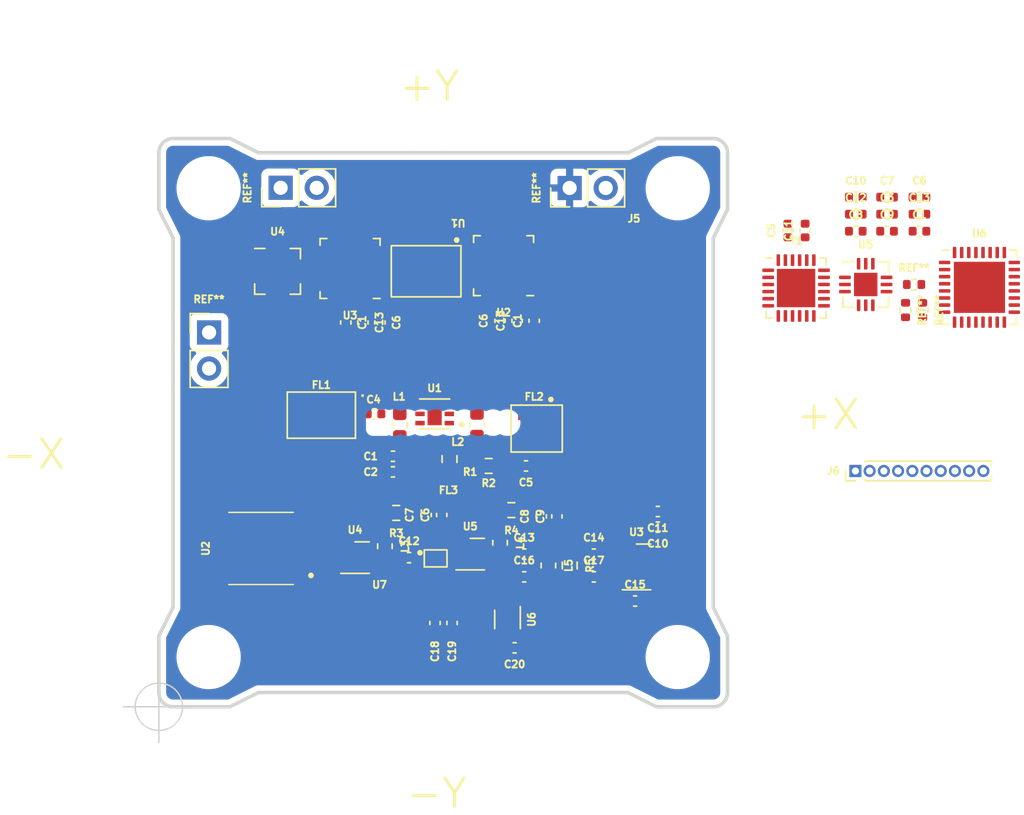
<source format=kicad_pcb>
(kicad_pcb (version 20211014) (generator pcbnew)
  (layers (0 "F.Cu" signal) (31 "B.Cu" signal) (34 "B.Paste" user) (35 "F.Paste" user) (36 "B.SilkS" user "B.Silkscreen") (37 "F.SilkS" user "F.Silkscreen") (38 "B.Mask" user) (39 "F.Mask" user) (44 "Edge.Cuts" user))
  (net 0 "")
  (net 1 "GND")
  (net 2 "Vcc_IF1Amp")
  (net 3 "/IF1_HPF_Out")
  (net 4 "/IF1_Amp_Out")
  (net 5 "/IF1_LPF_In")
  (net 6 "Net-(C5-Pad2)")
  (net 7 "Vcc_IF2Amp1")
  (net 8 "Vcc_IF2Amp2")
  (net 9 "3V")
  (net 10 "/IF2_Amp1_Out")
  (net 11 "/SAW_In")
  (net 12 "/LEE_2_Out")
  (net 13 "/RSSI_In+")
  (net 14 "Net-(C16-Pad2)")
  (net 15 "/RSSI_IN-")
  (net 16 "Vcc_VCO")
  (net 17 "IF1_Out")
  (net 18 "IF1_In")
  (net 19 "/SAW_Out")
  (net 20 "VTune1")
  (net 21 "RSSI_Out")
  (net 22 "VTune2")
  (net 23 "Vcc_LO1Amp")
  (net 24 "Vcc_LNA")
  (net 25 "Net-(L2-Pad2)")
  (net 26 "Net-(L3-Pad1)")
  (net 27 "Net-(L4-Pad1)")
  (net 28 "Net-(R1-Pad2)")
  (net 29 "/Mixer_Out")
  (net 30 "LO2")
  (net 31 "SCL")
  (net 33 "SDA")
  (net 34 "VCC")
  (net 35 "Net-(C13-Pad2)")
  (net 36 "Net-(C15-Pad1)")
  (net 37 "Net-(C15-Pad2)")
  (net 38 "ADC_PL2")
  (net 39 "DAC_PL2")
  (footprint "Capacitor_SMD:C_0402_1005Metric" (layer "F.Cu") (at 144.4 85.83 90)
    (fp_text reference "C1" (at 0 -1.16 90) (layer "F.SilkS") (effects (font (size 0.508 0.508))))
    (fp_text value "C")
    (pad "1" smd roundrect (at -0.48 0 90) (size 0.56 0.62) (layers "F.Cu" "F.Paste" "F.Mask") (net 24 "Vcc_LNA"))
    (pad "2" smd roundrect (at 0.48 0 90) (size 0.56 0.62) (layers "F.Cu" "F.Paste" "F.Mask") (net 1 "GND"))
  )
  (footprint "Package_SO:MSOP-8-1EP_3x3mm_P0.65mm_EP2.5x3mm_Mask1.73x2.36mm" (layer "F.Cu") (at 133.525 106.7 180)
    (fp_text reference "U7" (at 0 2.29) (layer "F.SilkS") (effects (font (size 0.508 0.508))))
    (fp_text value "HMC358")
    (pad "1" smd roundrect (at -2.175 -0.975 180) (size 1.2 0.35) (layers "F.Cu" "F.Paste" "F.Mask") (net 16 "Vcc_VCO"))
    (pad "2" smd roundrect (at -2.175 -0.325 180) (size 1.2 0.35) (layers "F.Cu" "F.Paste" "F.Mask") (net 1 "GND"))
    (pad "3" smd roundrect (at -2.175 0.325 180) (size 1.2 0.35) (layers "F.Cu" "F.Paste" "F.Mask") (net 22 "VTune2"))
    (pad "4" smd roundrect (at -2.175 0.975 180) (size 1.2 0.35) (layers "F.Cu" "F.Paste" "F.Mask") (net 1 "GND"))
    (pad "5" smd roundrect (at 2.175 0.975 180) (size 1.2 0.35) (layers "F.Cu" "F.Paste" "F.Mask") (net 1 "GND"))
    (pad "6" smd roundrect (at 2.175 0.325 180) (size 1.2 0.35) (layers "F.Cu" "F.Paste" "F.Mask") (net 1 "GND"))
    (pad "7" smd roundrect (at 2.175 -0.325 180) (size 1.2 0.35) (layers "F.Cu" "F.Paste" "F.Mask") (net 1 "GND"))
    (pad "8" smd roundrect (at 2.175 -0.975 180) (size 1.2 0.35) (layers "F.Cu" "F.Paste" "F.Mask") (net 30 "LO2"))
    (pad "9" smd rect (at 0 0 180) (size 2.5 3) (layers "F.Cu") (net 1 "GND"))
  )
  (footprint "Resistor_SMD:R_0603_1608Metric" (layer "F.Cu") (at 141.2 96.0475)
    (fp_text reference "R2" (at 0 1.211) (layer "F.SilkS") (effects (font (size 0.508 0.508))))
    (fp_text value "43R")
    (pad "1" smd roundrect (at -0.825 0) (size 0.8 0.95) (layers "F.Cu" "F.Paste" "F.Mask") (net 25 "Net-(L2-Pad2)"))
    (pad "2" smd roundrect (at 0.825 0) (size 0.8 0.95) (layers "F.Cu" "F.Paste" "F.Mask") (net 6 "Net-(C5-Pad2)"))
  )
  (footprint "Capacitor_SMD:C_0402_1005Metric" (layer "F.Cu") (at 167.025 79.525)
    (fp_text reference "C8" (at 0 -1.16) (layer "F.SilkS") (effects (font (size 0.508 0.508))))
    (fp_text value "C")
    (pad "1" smd roundrect (at -0.48 0) (size 0.56 0.62) (layers "F.Cu" "F.Paste" "F.Mask") (net 23 "Vcc_LO1Amp"))
    (pad "2" smd roundrect (at 0.48 0) (size 0.56 0.62) (layers "F.Cu" "F.Paste" "F.Mask") (net 1 "GND"))
  )
  (footprint "Package_TO_SOT_SMD:SOT-563" (layer "F.Cu") (at 142.525 106.85 -90)
    (fp_text reference "U6" (at 0 -1.7 90) (layer "F.SilkS") (effects (font (size 0.508 0.508))))
    (fp_text value "TMP112x")
    (pad "1" smd rect (at -0.75 -0.5 270) (size 0.7 0.34) (layers "F.Cu" "F.Paste" "F.Mask") (net 31 "SCL"))
    (pad "2" smd rect (at -0.75 0 270) (size 0.7 0.34) (layers "F.Cu" "F.Paste" "F.Mask") (net 1 "GND"))
    (pad "3" smd rect (at -0.75 0.5 270) (size 0.7 0.34) (layers "F.Cu" "F.Paste" "F.Mask"))
    (pad "4" smd rect (at 0.75 0.5 270) (size 0.7 0.34) (layers "F.Cu" "F.Paste" "F.Mask") (net 33 "SDA"))
    (pad "5" smd rect (at 0.75 0 270) (size 0.7 0.34) (layers "F.Cu" "F.Paste" "F.Mask") (net 9 "3V"))
    (pad "6" smd rect (at 0.75 -0.5 270) (size 0.7 0.34) (layers "F.Cu" "F.Paste" "F.Mask") (net 1 "GND"))
  )
  (footprint "Capacitor_SMD:C_0402_1005Metric" (layer "F.Cu") (at 153.1 100.355 180)
    (fp_text reference "C10" (at 0 -1.16) (layer "F.SilkS") (effects (font (size 0.508 0.508))))
    (fp_text value "1uF")
    (pad "1" smd roundrect (at -0.48 0 180) (size 0.56 0.62) (layers "F.Cu" "F.Paste" "F.Mask") (net 1 "GND"))
    (pad "2" smd roundrect (at 0.48 0 180) (size 0.56 0.62) (layers "F.Cu" "F.Paste" "F.Mask") (net 9 "3V"))
  )
  (footprint "GGS_RF:HV1195" (layer "F.Cu") (at 125.2 101.855 90)
    (fp_text reference "U2" (at 0 -3.9 90 unlocked) (layer "F.SilkS") (effects (font (size 0.508 0.508))))
    (fp_text value "SIM-14+")
    (pad "1" smd rect (at 0.635 1.83 90) (size 0.76 2.39) (layers "F.Cu" "F.Paste" "F.Mask") (net 1 "GND"))
    (pad "1" smd rect (at 0.635 -2.265 90) (size 0.76 1.52) (layers "F.Cu" "F.Paste" "F.Mask") (net 1 "GND"))
    (pad "1" smd rect (at 1.905 -2.265 90) (size 0.76 1.52) (layers "F.Cu" "F.Paste" "F.Mask") (net 1 "GND"))
    (pad "1" smd rect (at 0 0 180) (size 1.27 4.57) (layers "F.Cu" "F.Paste" "F.Mask") (net 1 "GND"))
    (pad "1" smd rect (at -0.635 -2.265 90) (size 0.76 1.52) (layers "F.Cu" "F.Paste" "F.Mask") (net 1 "GND"))
    (pad "1" smd rect (at -1.905 1.83 90) (size 0.76 2.39) (layers "F.Cu" "F.Paste" "F.Mask") (net 1 "GND"))
    (pad "1" smd rect (at 0.635 -1.07 180) (size 0.87 3.3) (layers "F.Cu" "F.Paste" "F.Mask") (net 1 "GND"))
    (pad "2" smd rect (at -0.635 2.265 90) (size 0.76 1.52) (layers "F.Cu" "F.Paste" "F.Mask") (net 29 "/Mixer_Out"))
    (pad "4" smd rect (at 1.905 2.265 90) (size 0.76 1.52) (layers "F.Cu" "F.Paste" "F.Mask") (net 17 "IF1_Out"))
    (pad "8" smd rect (at -1.905 -2.265 90) (size 0.76 1.52) (layers "F.Cu" "F.Paste" "F.Mask") (net 30 "LO2"))
  )
  (footprint "Capacitor_SMD:C_0402_1005Metric" (layer "F.Cu") (at 136.8 99.5 90)
    (fp_text reference "C7" (at 0 -1.16 90) (layer "F.SilkS") (effects (font (size 0.508 0.508))))
    (fp_text value "10nF")
    (pad "1" smd roundrect (at -0.48 0 90) (size 0.56 0.62) (layers "F.Cu" "F.Paste" "F.Mask") (net 1 "GND"))
    (pad "2" smd roundrect (at 0.48 0 90) (size 0.56 0.62) (layers "F.Cu" "F.Paste" "F.Mask") (net 7 "Vcc_IF2Amp1"))
  )
  (footprint "Capacitor_SMD:C_0402_1005Metric" (layer "F.Cu") (at 143.7 102.255)
    (fp_text reference "C13" (at 0 -1.16) (layer "F.SilkS") (effects (font (size 0.508 0.508))))
    (fp_text value "C")
    (pad "1" smd roundrect (at -0.48 0) (size 0.56 0.62) (layers "F.Cu" "F.Paste" "F.Mask") (net 12 "/LEE_2_Out"))
    (pad "2" smd roundrect (at 0.48 0) (size 0.56 0.62) (layers "F.Cu" "F.Paste" "F.Mask") (net 35 "Net-(C13-Pad2)"))
  )
  (footprint "Capacitor_SMD:C_0402_1005Metric" (layer "F.Cu") (at 144.9 99.6 90)
    (fp_text reference "C8" (at 0 -1.16 90) (layer "F.SilkS") (effects (font (size 0.508 0.508))))
    (fp_text value "1uF")
    (pad "1" smd roundrect (at -0.48 0 90) (size 0.56 0.62) (layers "F.Cu" "F.Paste" "F.Mask") (net 1 "GND"))
    (pad "2" smd roundrect (at 0.48 0 90) (size 0.56 0.62) (layers "F.Cu" "F.Paste" "F.Mask") (net 8 "Vcc_IF2Amp2"))
  )
  (footprint "Resistor_SMD:R_0603_1608Metric" (layer "F.Cu") (at 142.8 99.155 180)
    (fp_text reference "R4" (at 0 -1.43) (layer "F.SilkS") (effects (font (size 0.508 0.508))))
    (fp_text value "88R7")
    (pad "1" smd roundrect (at -0.825 0 180) (size 0.8 0.95) (layers "F.Cu" "F.Paste" "F.Mask") (net 8 "Vcc_IF2Amp2"))
    (pad "2" smd roundrect (at 0.825 0 180) (size 0.8 0.95) (layers "F.Cu" "F.Paste" "F.Mask") (net 27 "Net-(L4-Pad1)"))
  )
  (footprint "Capacitor_SMD:C_0402_1005Metric" (layer "F.Cu") (at 162.2525 79.475 90)
    (fp_text reference "C5" (at 0 -1.16 90) (layer "F.SilkS") (effects (font (size 0.508 0.508))))
    (fp_text value "C")
    (pad "1" smd roundrect (at -0.48 0 90) (size 0.56 0.62) (layers "F.Cu" "F.Paste" "F.Mask") (net 24 "Vcc_LNA"))
    (pad "2" smd roundrect (at 0.48 0 90) (size 0.56 0.62) (layers "F.Cu" "F.Paste" "F.Mask") (net 1 "GND"))
  )
  (footprint "Package_DFN_QFN:QFN-12-1EP_3x3mm_P0.5mm_EP1.6x1.6mm" (layer "F.Cu") (at 126.35 82.35)
    (fp_text reference "U4" (at 0 -2.8) (layer "F.SilkS") (effects (font (size 0.508 0.508))))
    (fp_text value "HMC260")
    (pad "1" smd roundrect (at -1.4375 -0.5) (size 0.825 0.25) (layers "F.Cu" "F.Paste" "F.Mask") (net 1 "GND"))
    (pad "2" smd roundrect (at -1.4375 0) (size 0.825 0.25) (layers "F.Cu" "F.Paste" "F.Mask"))
    (pad "3" smd roundrect (at -1.4375 0.5) (size 0.825 0.25) (layers "F.Cu" "F.Paste" "F.Mask") (net 1 "GND"))
    (pad "4" smd roundrect (at -0.5 1.4375) (size 0.25 0.825) (layers "F.Cu" "F.Paste" "F.Mask") (net 1 "GND"))
    (pad "5" smd roundrect (at 0 1.4375) (size 0.25 0.825) (layers "F.Cu" "F.Paste" "F.Mask") (net 18 "IF1_In"))
    (pad "6" smd roundrect (at 0.5 1.4375) (size 0.25 0.825) (layers "F.Cu" "F.Paste" "F.Mask") (net 1 "GND"))
    (pad "7" smd roundrect (at 1.4375 0.5) (size 0.825 0.25) (layers "F.Cu" "F.Paste" "F.Mask") (net 1 "GND"))
    (pad "8" smd roundrect (at 1.4375 0) (size 0.825 0.25) (layers "F.Cu" "F.Paste" "F.Mask"))
    (pad "9" smd roundrect (at 1.4375 -0.5) (size 0.825 0.25) (layers "F.Cu" "F.Paste" "F.Mask") (net 1 "GND"))
    (pad "10" smd roundrect (at 0.5 -1.4375) (size 0.25 0.825) (layers "F.Cu" "F.Paste" "F.Mask"))
    (pad "11" smd roundrect (at 0 -1.4375) (size 0.25 0.825) (layers "F.Cu" "F.Paste" "F.Mask"))
    (pad "12" smd roundrect (at -0.5 -1.4375) (size 0.25 0.825) (layers "F.Cu" "F.Paste" "F.Mask"))
    (pad "13" smd rect (at 0 0) (size 1.6 1.6) (layers "F.Cu" "F.Mask") (net 1 "GND"))
  )
  (footprint "Capacitor_SMD:C_0402_1005Metric" (layer "F.Cu") (at 171.505 79.525)
    (fp_text reference "C1" (at 0 -1.16) (layer "F.SilkS") (effects (font (size 0.508 0.508))))
    (fp_text value "C")
    (pad "1" smd roundrect (at -0.48 0) (size 0.56 0.62) (layers "F.Cu" "F.Paste" "F.Mask") (net 24 "Vcc_LNA"))
    (pad "2" smd roundrect (at 0.48 0) (size 0.56 0.62) (layers "F.Cu" "F.Paste" "F.Mask") (net 1 "GND"))
  )
  (footprint "Resistor_SMD:R_0402_1005Metric" (layer "F.Cu") (at 171.725 85.075 -90)
    (fp_text reference "REF**" (at 0 -1.17 90) (layer "F.SilkS") (effects (font (size 0.508 0.508))))
    (fp_text value "R_0402_1005Metric")
    (pad "1" smd roundrect (at -0.51 0 270) (size 0.54 0.64) (layers "F.Cu" "F.Paste" "F.Mask"))
    (pad "2" smd roundrect (at 0.51 0 270) (size 0.54 0.64) (layers "F.Cu" "F.Paste" "F.Mask"))
  )
  (footprint "GGS_RF:NM1812C-2" (layer "F.Cu") (at 139.05 78.745 180)
    (fp_text reference "U1" (at 0 -0.2 180 unlocked) (layer "F.SilkS") (effects (font (size 0.508 0.508))))
    (fp_text value "BFHK-2582+")
    (fp_poly (pts (xy 4.5 -3.9) (xy 3.89 -3.9) (xy 3.89 -3.3) (xy 4.5 -3.3) (xy 4.5 -2) (xy 0 -2) (xy 0 -3.3) (xy 0.61 -3.3) (xy 0.61 -3.9) (xy 0 -3.9) (xy 0 -5.2) (xy 4.5 -5.2)) (layer "F.Cu") (width 0.12) (fill solid))
    (pad "1" smd rect (at 0.1 -3.6 180) (size 0.35 0.18) (layers "F.Cu" "F.Paste" "F.Mask"))
    (pad "2" smd rect (at 4.4 -3.6 180) (size 0.35 0.18) (layers "F.Cu" "F.Paste" "F.Mask"))
    (pad "3" smd roundrect (at 2.2 -3.6 180) (size 0.35 0.18) (layers "F.Cu" "F.Paste" "F.Mask") (net 1 "GND"))
  )
  (footprint "Package_DFN_QFN:QFN-24-1EP_4x4mm_P0.5mm_EP2.6x2.6mm" (layer "F.Cu") (at 142.25 81.95 180)
    (fp_text reference "U2" (at 0 -3.3) (layer "F.SilkS") (effects (font (size 0.508 0.508))))
    (fp_text value "HMC342")
    (pad "1" smd roundrect (at -1.9375 -1.25 180) (size 0.825 0.25) (layers "F.Cu" "F.Paste" "F.Mask"))
    (pad "2" smd roundrect (at -1.9375 -0.75 180) (size 0.825 0.25) (layers "F.Cu" "F.Paste" "F.Mask") (net 1 "GND"))
    (pad "3" smd roundrect (at -1.9375 -0.25 180) (size 0.825 0.25) (layers "F.Cu" "F.Paste" "F.Mask"))
    (pad "4" smd roundrect (at -1.9375 0.25 180) (size 0.825 0.25) (layers "F.Cu" "F.Paste" "F.Mask") (net 1 "GND"))
    (pad "5" smd roundrect (at -1.9375 0.75 180) (size 0.825 0.25) (layers "F.Cu" "F.Paste" "F.Mask"))
    (pad "6" smd roundrect (at -1.9375 1.25 180) (size 0.825 0.25) (layers "F.Cu" "F.Paste" "F.Mask"))
    (pad "7" smd roundrect (at -1.25 1.9375 180) (size 0.25 0.825) (layers "F.Cu" "F.Paste" "F.Mask"))
    (pad "8" smd roundrect (at -0.75 1.9375 180) (size 0.25 0.825) (layers "F.Cu" "F.Paste" "F.Mask"))
    (pad "9" smd roundrect (at -0.25 1.9375 180) (size 0.25 0.825) (layers "F.Cu" "F.Paste" "F.Mask"))
    (pad "10" smd roundrect (at 0.25 1.9375 180) (size 0.25 0.825) (layers "F.Cu" "F.Paste" "F.Mask"))
    (pad "11" smd roundrect (at 0.75 1.9375 180) (size 0.25 0.825) (layers "F.Cu" "F.Paste" "F.Mask"))
    (pad "12" smd roundrect (at 1.25 1.9375 180) (size 0.25 0.825) (layers "F.Cu" "F.Paste" "F.Mask"))
    (pad "13" smd roundrect (at 1.9375 1.25 180) (size 0.825 0.25) (layers "F.Cu" "F.Paste" "F.Mask"))
    (pad "14" smd roundrect (at 1.9375 0.75 180) (size 0.825 0.25) (layers "F.Cu" "F.Paste" "F.Mask"))
    (pad "15" smd roundrect (at 1.9375 0.25 180) (size 0.825 0.25) (layers "F.Cu" "F.Paste" "F.Mask") (net 1 "GND"))
    (pad "16" smd roundrect (at 1.9375 -0.25 180) (size 0.825 0.25) (layers "F.Cu" "F.Paste" "F.Mask"))
    (pad "17" smd roundrect (at 1.9375 -0.75 180) (size 0.825 0.25) (layers "F.Cu" "F.Paste" "F.Mask") (net 1 "GND"))
    (pad "18" smd roundrect (at 1.9375 -1.25 180) (size 0.825 0.25) (layers "F.Cu" "F.Paste" "F.Mask"))
    (pad "19" smd roundrect (at 1.25 -1.9375 180) (size 0.25 0.825) (layers "F.Cu" "F.Paste" "F.Mask"))
    (pad "20" smd roundrect (at 0.75 -1.9375 180) (size 0.25 0.825) (layers "F.Cu" "F.Paste" "F.Mask"))
    (pad "21" smd roundrect (at 0.25 -1.9375 180) (size 0.25 0.825) (layers "F.Cu" "F.Paste" "F.Mask") (net 24 "Vcc_LNA"))
    (pad "22" smd roundrect (at -0.25 -1.9375 180) (size 0.25 0.825) (layers "F.Cu" "F.Paste" "F.Mask"))
    (pad "23" smd roundrect (at -0.75 -1.9375 180) (size 0.25 0.825) (layers "F.Cu" "F.Paste" "F.Mask"))
    (pad "24" smd roundrect (at -1.25 -1.9375 180) (size 0.25 0.825) (layers "F.Cu" "F.Paste" "F.Mask"))
    (pad "25" smd rect (at 0 0 180) (size 2.6 2.6) (layers "F.Cu" "F.Mask") (net 1 "GND"))
  )
  (footprint "Inductor_SMD:L_0603_1608Metric" (layer "F.Cu") (at 142 101.455 -90)
    (fp_text reference "L4" (at 0 -1.43 90) (layer "F.SilkS") (effects (font (size 0.508 0.508))))
    (fp_text value "120nH")
    (pad "1" smd roundrect (at -0.7875 0 270) (size 0.875 0.95) (layers "F.Cu" "F.Paste" "F.Mask") (net 27 "Net-(L4-Pad1)"))
    (pad "2" smd roundrect (at 0.7875 0 270) (size 0.875 0.95) (layers "F.Cu" "F.Paste" "F.Mask") (net 12 "/LEE_2_Out"))
  )
  (footprint "Capacitor_SMD:C_0402_1005Metric" (layer "F.Cu") (at 169.225 78.325)
    (fp_text reference "C3" (at 0 -1.16) (layer "F.SilkS") (effects (font (size 0.508 0.508))))
    (fp_text value "C")
    (pad "1" smd roundrect (at -0.48 0) (size 0.56 0.62) (layers "F.Cu" "F.Paste" "F.Mask") (net 24 "Vcc_LNA"))
    (pad "2" smd roundrect (at 0.48 0) (size 0.56 0.62) (layers "F.Cu" "F.Paste" "F.Mask") (net 1 "GND"))
  )
  (footprint "Capacitor_SMD:C_0402_1005Metric" (layer "F.Cu") (at 167.025 77.125)
    (fp_text reference "C10" (at 0 -1.16) (layer "F.SilkS") (effects (font (size 0.508 0.508))))
    (fp_text value "C")
    (pad "1" smd roundrect (at -0.48 0) (size 0.56 0.62) (layers "F.Cu" "F.Paste" "F.Mask") (net 23 "Vcc_LO1Amp"))
    (pad "2" smd roundrect (at 0.48 0) (size 0.56 0.62) (layers "F.Cu" "F.Paste" "F.Mask") (net 1 "GND"))
  )
  (footprint "Capacitor_SMD:C_0402_1005Metric" (layer "F.Cu") (at 171.505 77.125)
    (fp_text reference "C6" (at 0 -1.16) (layer "F.SilkS") (effects (font (size 0.508 0.508))))
    (fp_text value "C")
    (pad "1" smd roundrect (at -0.48 0) (size 0.56 0.62) (layers "F.Cu" "F.Paste" "F.Mask") (net 24 "Vcc_LNA"))
    (pad "2" smd roundrect (at 0.48 0) (size 0.56 0.62) (layers "F.Cu" "F.Paste" "F.Mask") (net 1 "GND"))
  )
  (footprint "Package_SON:WSON-6-1EP_2x2mm_P0.65mm_EP1x1.6mm" (layer "F.Cu") (at 139.9 102.255)
    (fp_text reference "U5" (at 0 -1.95) (layer "F.SilkS") (effects (font (size 0.508 0.508))))
    (fp_text value "LEE2-6+")
    (pad "1" smd roundrect (at -0.8875 -0.65) (size 0.375 0.4) (layers "F.Cu" "F.Paste" "F.Mask") (net 1 "GND"))
    (pad "2" smd roundrect (at -0.8875 0) (size 0.375 0.4) (layers "F.Cu" "F.Paste" "F.Mask") (net 19 "/SAW_Out"))
    (pad "3" smd roundrect (at -0.8875 0.65) (size 0.375 0.4) (layers "F.Cu" "F.Paste" "F.Mask") (net 1 "GND"))
    (pad "4" smd roundrect (at 0.8875 0.65) (size 0.375 0.4) (layers "F.Cu" "F.Paste" "F.Mask") (net 1 "GND"))
    (pad "5" smd roundrect (at 0.8875 0) (size 0.375 0.4) (layers "F.Cu" "F.Paste" "F.Mask") (net 12 "/LEE_2_Out"))
    (pad "6" smd roundrect (at 0.8875 -0.65) (size 0.375 0.4) (layers "F.Cu" "F.Paste" "F.Mask") (net 1 "GND"))
    (pad "7" smd rect (at 0 0) (size 1 1.6) (layers "F.Cu" "F.Mask") (net 1 "GND"))
  )
  (footprint "Capacitor_SMD:C_0402_1005Metric" (layer "F.Cu") (at 153.1 99.255 180)
    (fp_text reference "C11" (at 0 -1.16) (layer "F.SilkS") (effects (font (size 0.508 0.508))))
    (fp_text value "10nF")
    (pad "1" smd roundrect (at -0.48 0 180) (size 0.56 0.62) (layers "F.Cu" "F.Paste" "F.Mask") (net 1 "GND"))
    (pad "2" smd roundrect (at 0.48 0 180) (size 0.56 0.62) (layers "F.Cu" "F.Paste" "F.Mask") (net 9 "3V"))
  )
  (footprint "Package_DFN_QFN:QFN-24-1EP_4x4mm_P0.5mm_EP2.6x2.6mm" (layer "F.Cu") (at 131.45 82.15 180)
    (fp_text reference "U3" (at 0 -3.3) (layer "F.SilkS") (effects (font (size 0.508 0.508))))
    (fp_text value "HMC342")
    (pad "1" smd roundrect (at -1.9375 -1.25 180) (size 0.825 0.25) (layers "F.Cu" "F.Paste" "F.Mask"))
    (pad "2" smd roundrect (at -1.9375 -0.75 180) (size 0.825 0.25) (layers "F.Cu" "F.Paste" "F.Mask") (net 1 "GND"))
    (pad "3" smd roundrect (at -1.9375 -0.25 180) (size 0.825 0.25) (layers "F.Cu" "F.Paste" "F.Mask"))
    (pad "4" smd roundrect (at -1.9375 0.25 180) (size 0.825 0.25) (layers "F.Cu" "F.Paste" "F.Mask") (net 1 "GND"))
    (pad "5" smd roundrect (at -1.9375 0.75 180) (size 0.825 0.25) (layers "F.Cu" "F.Paste" "F.Mask"))
    (pad "6" smd roundrect (at -1.9375 1.25 180) (size 0.825 0.25) (layers "F.Cu" "F.Paste" "F.Mask"))
    (pad "7" smd roundrect (at -1.25 1.9375 180) (size 0.25 0.825) (layers "F.Cu" "F.Paste" "F.Mask"))
    (pad "8" smd roundrect (at -0.75 1.9375 180) (size 0.25 0.825) (layers "F.Cu" "F.Paste" "F.Mask"))
    (pad "9" smd roundrect (at -0.25 1.9375 180) (size 0.25 0.825) (layers "F.Cu" "F.Paste" "F.Mask"))
    (pad "10" smd roundrect (at 0.25 1.9375 180) (size 0.25 0.825) (layers "F.Cu" "F.Paste" "F.Mask"))
    (pad "11" smd roundrect (at 0.75 1.9375 180) (size 0.25 0.825) (layers "F.Cu" "F.Paste" "F.Mask"))
    (pad "12" smd roundrect (at 1.25 1.9375 180) (size 0.25 0.825) (layers "F.Cu" "F.Paste" "F.Mask"))
    (pad "13" smd roundrect (at 1.9375 1.25 180) (size 0.825 0.25) (layers "F.Cu" "F.Paste" "F.Mask"))
    (pad "14" smd roundrect (at 1.9375 0.75 180) (size 0.825 0.25) (layers "F.Cu" "F.Paste" "F.Mask"))
    (pad "15" smd roundrect (at 1.9375 0.25 180) (size 0.825 0.25) (layers "F.Cu" "F.Paste" "F.Mask") (net 1 "GND"))
    (pad "16" smd roundrect (at 1.9375 -0.25 180) (size 0.825 0.25) (layers "F.Cu" "F.Paste" "F.Mask"))
    (pad "17" smd roundrect (at 1.9375 -0.75 180) (size 0.825 0.25) (layers "F.Cu" "F.Paste" "F.Mask") (net 1 "GND"))
    (pad "18" smd roundrect (at 1.9375 -1.25 180) (size 0.825 0.25) (layers "F.Cu" "F.Paste" "F.Mask"))
    (pad "19" smd roundrect (at 1.25 -1.9375 180) (size 0.25 0.825) (layers "F.Cu" "F.Paste" "F.Mask"))
    (pad "20" smd roundrect (at 0.75 -1.9375 180) (size 0.25 0.825) (layers "F.Cu" "F.Paste" "F.Mask"))
    (pad "21" smd roundrect (at 0.25 -1.9375 180) (size 0.25 0.825) (layers "F.Cu" "F.Paste" "F.Mask") (net 24 "Vcc_LNA"))
    (pad "22" smd roundrect (at -0.25 -1.9375 180) (size 0.25 0.825) (layers "F.Cu" "F.Paste" "F.Mask"))
    (pad "23" smd roundrect (at -0.75 -1.9375 180) (size 0.25 0.825) (layers "F.Cu" "F.Paste" "F.Mask"))
    (pad "24" smd roundrect (at -1.25 -1.9375 180) (size 0.25 0.825) (layers "F.Cu" "F.Paste" "F.Mask"))
    (pad "25" smd rect (at 0 0 180) (size 2.6 2.6) (layers "F.Cu" "F.Mask") (net 1 "GND"))
  )
  (footprint "Connector_PinHeader_2.54mm:PinHeader_1x02_P2.54mm_Vertical" (layer "F.Cu") (at 126.565 76.47 90)
    (fp_text reference "REF**" (at 0 -2.33 90) (layer "F.SilkS") (effects (font (size 0.508 0.508))))
    (fp_text value "PinHeader_1x02_P2.54mm_Vertical")
    (pad "1" thru_hole rect locked (at 0 0 90) (size 1.7 1.7) (drill 1) (layers *.Cu *.Mask) (net 33 "SDA"))
    (pad "2" thru_hole oval locked (at 0 2.54 90) (size 1.7 1.7) (drill 1) (layers *.Cu *.Mask) (net 31 "SCL"))
  )
  (footprint "Capacitor_SMD:C_0402_1005Metric" (layer "F.Cu") (at 133.17 92.3835 180)
    (fp_text reference "C4" (at 0.07 1.011) (layer "F.SilkS") (effects (font (size 0.508 0.508))))
    (fp_text value "10nF")
    (pad "1" smd roundrect (at -0.48 0 180) (size 0.56 0.62) (layers "F.Cu" "F.Paste" "F.Mask") (net 4 "/IF1_Amp_Out"))
    (pad "2" smd roundrect (at 0.48 0 180) (size 0.56 0.62) (layers "F.Cu" "F.Paste" "F.Mask") (net 5 "/IF1_LPF_In"))
  )
  (footprint "Connector_PinHeader_2.54mm:PinHeader_1x02_P2.54mm_Vertical" (layer "F.Cu") (at 121.5306 86.65)
    (fp_text reference "REF**" (at 0 -2.33) (layer "F.SilkS") (effects (font (size 0.508 0.508))))
    (fp_text value "PinHeader_1x02_P2.54mm_Vertical")
    (pad "1" thru_hole rect locked (at 0 0) (size 1.7 1.7) (drill 1) (layers *.Cu *.Mask) (net 39 "DAC_PL2"))
    (pad "2" thru_hole oval locked (at 0 2.54) (size 1.7 1.7) (drill 1) (layers *.Cu *.Mask) (net 38 "ADC_PL2"))
  )
  (footprint "Package_DFN_QFN:QFN-24-1EP_4x4mm_P0.5mm_EP2.7x2.7mm" (layer "F.Cu") (at 162.825 83.525)
    (fp_text reference "Y1" (at 0 -3.32) (layer "F.SilkS") (effects (font (size 0.508 0.508))))
    (fp_text value "HMC506")
    (pad "1" smd roundrect (at -1.9625 -1.25) (size 0.825 0.25) (layers "F.Cu" "F.Paste" "F.Mask"))
    (pad "2" smd roundrect (at -1.9625 -0.75) (size 0.825 0.25) (layers "F.Cu" "F.Paste" "F.Mask"))
    (pad "3" smd roundrect (at -1.9625 -0.25) (size 0.825 0.25) (layers "F.Cu" "F.Paste" "F.Mask"))
    (pad "4" smd roundrect (at -1.9625 0.25) (size 0.825 0.25) (layers "F.Cu" "F.Paste" "F.Mask"))
    (pad "5" smd roundrect (at -1.9625 0.75) (size 0.825 0.25) (layers "F.Cu" "F.Paste" "F.Mask"))
    (pad "6" smd roundrect (at -1.9625 1.25) (size 0.825 0.25) (layers "F.Cu" "F.Paste" "F.Mask"))
    (pad "7" smd roundrect (at -1.25 1.9625) (size 0.25 0.825) (layers "F.Cu" "F.Paste" "F.Mask"))
    (pad "8" smd roundrect (at -0.75 1.9625) (size 0.25 0.825) (layers "F.Cu" "F.Paste" "F.Mask"))
    (pad "9" smd roundrect (at -0.25 1.9625) (size 0.25 0.825) (layers "F.Cu" "F.Paste" "F.Mask"))
    (pad "10" smd roundrect (at 0.25 1.9625) (size 0.25 0.825) (layers "F.Cu" "F.Paste" "F.Mask"))
    (pad "11" smd roundrect (at 0.75 1.9625) (size 0.25 0.825) (layers "F.Cu" "F.Paste" "F.Mask"))
    (pad "12" smd roundrect (at 1.25 1.9625) (size 0.25 0.825) (layers "F.Cu" "F.Paste" "F.Mask"))
    (pad "13" smd roundrect (at 1.9625 1.25) (size 0.825 0.25) (layers "F.Cu" "F.Paste" "F.Mask"))
    (pad "14" smd roundrect (at 1.9625 0.75) (size 0.825 0.25) (layers "F.Cu" "F.Paste" "F.Mask"))
    (pad "15" smd roundrect (at 1.9625 0.25) (size 0.825 0.25) (layers "F.Cu" "F.Paste" "F.Mask") (net 1 "GND"))
    (pad "16" smd roundrect (at 1.9625 -0.25) (size 0.825 0.25) (layers "F.Cu" "F.Paste" "F.Mask"))
    (pad "17" smd roundrect (at 1.9625 -0.75) (size 0.825 0.25) (layers "F.Cu" "F.Paste" "F.Mask"))
    (pad "18" smd roundrect (at 1.9625 -1.25) (size 0.825 0.25) (layers "F.Cu" "F.Paste" "F.Mask"))
    (pad "19" smd roundrect (at 1.25 -1.9625) (size 0.25 0.825) (layers "F.Cu" "F.Paste" "F.Mask"))
    (pad "20" smd roundrect (at 0.75 -1.9625) (size 0.25 0.825) (layers "F.Cu" "F.Paste" "F.Mask") (net 16 "Vcc_VCO"))
    (pad "21" smd roundrect (at 0.25 -1.9625) (size 0.25 0.825) (layers "F.Cu" "F.Paste" "F.Mask"))
    (pad "22" smd roundrect (at -0.25 -1.9625) (size 0.25 0.825) (layers "F.Cu" "F.Paste" "F.Mask") (net 20 "VTune1"))
    (pad "23" smd roundrect (at -0.75 -1.9625) (size 0.25 0.825) (layers "F.Cu" "F.Paste" "F.Mask"))
    (pad "24" smd roundrect (at -1.25 -1.9625) (size 0.25 0.825) (layers "F.Cu" "F.Paste" "F.Mask"))
    (pad "25" smd rect (at 0 0) (size 2.7 2.7) (layers "F.Cu" "F.Mask") (net 1 "GND"))
  )
  (footprint "AutoGenerated:MountingHole_3.50mm" (layer "F.Cu") (at 121.5 76.5)
    (fp_text reference "" (at 0 0) (layer "F.SilkS") (effects (font (size 0.508 0.508))))
    (fp_text value "" (at 0 0) (layer "F.SilkS") (effects (font (size 1.27 1.27))))
    (pad "" np_thru_hole circle locked (at 0 0) (size 3.5 3.5) (drill 3.5) (layers *.Cu *.Mask))
  )
  (footprint "Resistor_SMD:R_0402_1005Metric" (layer "F.Cu") (at 170.525 85.075 -90)
    (fp_text reference "REF**" (at 0 -1.17 90) (layer "F.SilkS") (effects (font (size 0.508 0.508))))
    (fp_text value "R_0402_1005Metric")
    (pad "1" smd roundrect (at -0.51 0 270) (size 0.54 0.64) (layers "F.Cu" "F.Paste" "F.Mask"))
    (pad "2" smd roundrect (at 0.51 0 270) (size 0.54 0.64) (layers "F.Cu" "F.Paste" "F.Mask"))
  )
  (footprint "Capacitor_SMD:C_0402_1005Metric" (layer "F.Cu") (at 137.9 99.5 90)
    (fp_text reference "C6" (at 0 -1.16 90) (layer "F.SilkS") (effects (font (size 0.508 0.508))))
    (fp_text value "1uF")
    (pad "1" smd roundrect (at -0.48 0 90) (size 0.56 0.62) (layers "F.Cu" "F.Paste" "F.Mask") (net 1 "GND"))
    (pad "2" smd roundrect (at 0.48 0 90) (size 0.56 0.62) (layers "F.Cu" "F.Paste" "F.Mask") (net 7 "Vcc_IF2Amp1"))
  )
  (footprint "Connector_PinHeader_2.54mm:PinHeader_1x02_P2.54mm_Vertical" (layer "F.Cu") (at 146.895 76.48 90)
    (fp_text reference "REF**" (at 0 -2.33 90) (layer "F.SilkS") (effects (font (size 0.508 0.508))))
    (fp_text value "PinHeader_1x02_P2.54mm_Vertical")
    (pad "1" thru_hole rect locked (at 0 0 90) (size 1.7 1.7) (drill 1) (layers *.Cu *.Mask) (net 1 "GND"))
    (pad "2" thru_hole oval locked (at 0 2.54 90) (size 1.7 1.7) (drill 1) (layers *.Cu *.Mask) (net 34 "VCC"))
  )
  (footprint "GGS_RF:QCS5P" (layer "F.Cu") (at 136.770001 103.055)
    (fp_text reference "FL3" (at 1.6 -5.3 unlocked) (layer "F.SilkS") (effects (font (size 0.508 0.508))))
    (fp_text value "SAW_869")
    (pad "1" smd roundrect (at 0.2 -0.5) (size 0.3 0.4) (layers "F.Cu" "F.Paste" "F.Mask") (net 11 "/SAW_In"))
    (pad "2" smd roundrect (at 0.7 -0.2) (size 0.3 0.4) (layers "F.Cu" "F.Paste" "F.Mask") (net 1 "GND"))
    (pad "3" smd roundrect (at 1.2 -0.2) (size 0.3 0.4) (layers "F.Cu" "F.Paste" "F.Mask") (net 1 "GND"))
    (pad "4" smd roundrect (at 1.2 -0.8) (size 0.3 0.4) (layers "F.Cu" "F.Paste" "F.Mask") (net 19 "/SAW_Out"))
    (pad "5" smd roundrect (at 0.7 -0.8) (size 0.3 0.4) (layers "F.Cu" "F.Paste" "F.Mask") (net 1 "GND"))
  )
  (footprint "Capacitor_SMD:C_0402_1005Metric" (layer "F.Cu") (at 133.55 85.95 -90)
    (fp_text reference "C6" (at 0 -1.16 90) (layer "F.SilkS") (effects (font (size 0.508 0.508))))
    (fp_text value "C")
    (pad "1" smd roundrect (at -0.48 0 270) (size 0.56 0.62) (layers "F.Cu" "F.Paste" "F.Mask") (net 24 "Vcc_LNA"))
    (pad "2" smd roundrect (at 0.48 0 270) (size 0.56 0.62) (layers "F.Cu" "F.Paste" "F.Mask") (net 1 "GND"))
  )
  (footprint "GGS_RF:JC0603C" (layer "F.Cu") (at 144.2775 92.7675 180)
    (fp_text reference "FL2" (at -0.1225 1.593021) (layer "F.SilkS") (effects (font (size 0.508 0.508))))
    (fp_text value "HFCN-5500+")
    (pad "1" smd rect (at -1.3 0.4 180) (size 0.61 0.9) (layers "F.Cu" "F.Paste" "F.Mask") (net 18 "IF1_In"))
    (pad "2" smd rect (at -0.3 0.4 180) (size 0.61 0.9) (layers "F.Cu" "F.Paste" "F.Mask") (net 1 "GND"))
    (pad "3" smd rect (at 0.7 0.4 180) (size 0.61 0.9) (layers "F.Cu" "F.Paste" "F.Mask") (net 3 "/IF1_HPF_Out"))
    (pad "4" smd rect (at 0.7 -1.7 180) (size 0.61 0.9) (layers "F.Cu" "F.Paste" "F.Mask") (net 1 "GND"))
    (pad "5" smd rect (at -0.3 -1.7 180) (size 0.61 0.9) (layers "F.Cu" "F.Paste" "F.Mask") (net 1 "GND"))
    (pad "6" smd rect (at -1.3 -1.7 180) (size 0.61 0.9) (layers "F.Cu" "F.Paste" "F.Mask") (net 1 "GND"))
  )
  (footprint "AutoGenerated:MountingHole_3.50mm" (layer "F.Cu") (at 154.5 109.5)
    (fp_text reference "" (at 0 0) (layer "F.SilkS") (effects (font (size 0.508 0.508))))
    (fp_text value "" (at 0 0) (layer "F.SilkS") (effects (font (size 1.27 1.27))))
    (pad "" np_thru_hole circle locked (at 0 0) (size 3.5 3.5) (drill 3.5) (layers *.Cu *.Mask))
  )
  (footprint "Inductor_SMD:L_0603_1608Metric" (layer "F.Cu") (at 134.9475 93.171 90)
    (fp_text reference "L1" (at 1.9985 -0.0475 180) (layer "F.SilkS") (effects (font (size 0.508 0.508))))
    (fp_text value "0.9uH")
    (pad "1" smd roundrect (at -0.7875 0 90) (size 0.875 0.95) (layers "F.Cu" "F.Paste" "F.Mask") (net 2 "Vcc_IF1Amp"))
    (pad "2" smd roundrect (at 0.7875 0 90) (size 0.875 0.95) (layers "F.Cu" "F.Paste" "F.Mask") (net 4 "/IF1_Amp_Out"))
  )
  (footprint "Capacitor_SMD:C_0402_1005Metric" (layer "F.Cu") (at 163.4625 79.475 90)
    (fp_text reference "C11" (at 0 -1.16 90) (layer "F.SilkS") (effects (font (size 0.508 0.508))))
    (fp_text value "C")
    (pad "1" smd roundrect (at -0.48 0 90) (size 0.56 0.62) (layers "F.Cu" "F.Paste" "F.Mask") (net 16 "Vcc_VCO"))
    (pad "2" smd roundrect (at 0.48 0 90) (size 0.56 0.62) (layers "F.Cu" "F.Paste" "F.Mask") (net 1 "GND"))
  )
  (footprint "Capacitor_SMD:C_0402_1005Metric" (layer "F.Cu") (at 148.6 102.255)
    (fp_text reference "C14" (at 0 -1.16) (layer "F.SilkS") (effects (font (size 0.508 0.508))))
    (fp_text value "C")
    (pad "1" smd roundrect (at -0.48 0) (size 0.56 0.62) (layers "F.Cu" "F.Paste" "F.Mask") (net 35 "Net-(C13-Pad2)"))
    (pad "2" smd roundrect (at 0.48 0) (size 0.56 0.62) (layers "F.Cu" "F.Paste" "F.Mask") (net 13 "/RSSI_In+"))
  )
  (footprint "Inductor_SMD:L_0603_1608Metric" (layer "F.Cu") (at 145.4 103.055 -90)
    (fp_text reference "L5" (at 0 -1.43 90) (layer "F.SilkS") (effects (font (size 0.508 0.508))))
    (fp_text value "L")
    (pad "1" smd roundrect (at -0.7875 0 270) (size 0.875 0.95) (layers "F.Cu" "F.Paste" "F.Mask") (net 35 "Net-(C13-Pad2)"))
    (pad "2" smd roundrect (at 0.7875 0 270) (size 0.875 0.95) (layers "F.Cu" "F.Paste" "F.Mask") (net 14 "Net-(C16-Pad2)"))
  )
  (footprint "Capacitor_SMD:C_0402_1005Metric" (layer "F.Cu") (at 137.425 107.1 -90)
    (fp_text reference "C18" (at 2 0 90) (layer "F.SilkS") (effects (font (size 0.508 0.508))))
    (fp_text value "1uF")
    (pad "1" smd roundrect (at -0.48 0 270) (size 0.56 0.62) (layers "F.Cu" "F.Paste" "F.Mask") (net 1 "GND"))
    (pad "2" smd roundrect (at 0.48 0 270) (size 0.56 0.62) (layers "F.Cu" "F.Paste" "F.Mask") (net 16 "Vcc_VCO"))
  )
  (footprint "Resistor_SMD:R_0603_1608Metric" (layer "F.Cu") (at 146.9 103.055 -90)
    (fp_text reference "R5" (at 0 -1.43 90) (layer "F.SilkS") (effects (font (size 0.508 0.508))))
    (fp_text value "R")
    (pad "1" smd roundrect (at -0.825 0 270) (size 0.8 0.95) (layers "F.Cu" "F.Paste" "F.Mask") (net 35 "Net-(C13-Pad2)"))
    (pad "2" smd roundrect (at 0.825 0 270) (size 0.8 0.95) (layers "F.Cu" "F.Paste" "F.Mask") (net 14 "Net-(C16-Pad2)"))
  )
  (footprint "Package_DFN_QFN:QFN-12-1EP_3x3mm_P0.5mm_EP1.65x1.65mm" (layer "F.Cu") (at 167.725 83.275)
    (fp_text reference "U5" (at 0 -2.82) (layer "F.SilkS") (effects (font (size 0.508 0.508))))
    (fp_text value "CY2-44+")
    (pad "1" smd roundrect (at -1.4625 -0.5) (size 0.825 0.25) (layers "F.Cu" "F.Paste" "F.Mask") (net 1 "GND"))
    (pad "2" smd roundrect (at -1.4625 0) (size 0.825 0.25) (layers "F.Cu" "F.Paste" "F.Mask"))
    (pad "3" smd roundrect (at -1.4625 0.5) (size 0.825 0.25) (layers "F.Cu" "F.Paste" "F.Mask") (net 1 "GND"))
    (pad "4" smd roundrect (at -0.5 1.4625) (size 0.25 0.825) (layers "F.Cu" "F.Paste" "F.Mask") (net 1 "GND"))
    (pad "5" smd roundrect (at 0 1.4625) (size 0.25 0.825) (layers "F.Cu" "F.Paste" "F.Mask"))
    (pad "6" smd roundrect (at 0.5 1.4625) (size 0.25 0.825) (layers "F.Cu" "F.Paste" "F.Mask") (net 1 "GND"))
    (pad "7" smd roundrect (at 1.4625 0.5) (size 0.825 0.25) (layers "F.Cu" "F.Paste" "F.Mask") (net 1 "GND"))
    (pad "8" smd roundrect (at 1.4625 0) (size 0.825 0.25) (layers "F.Cu" "F.Paste" "F.Mask"))
    (pad "9" smd roundrect (at 1.4625 -0.5) (size 0.825 0.25) (layers "F.Cu" "F.Paste" "F.Mask") (net 1 "GND"))
    (pad "10" smd roundrect (at 0.5 -1.4625) (size 0.25 0.825) (layers "F.Cu" "F.Paste" "F.Mask") (net 1 "GND"))
    (pad "11" smd roundrect (at 0 -1.4625) (size 0.25 0.825) (layers "F.Cu" "F.Paste" "F.Mask"))
    (pad "12" smd roundrect (at -0.5 -1.4625) (size 0.25 0.825) (layers "F.Cu" "F.Paste" "F.Mask") (net 1 "GND"))
    (pad "13" smd rect (at 0 0) (size 1.65 1.65) (layers "F.Cu" "F.Mask") (net 1 "GND"))
  )
  (footprint "Capacitor_SMD:C_0402_1005Metric" (layer "F.Cu") (at 143.2 85.83 90)
    (fp_text reference "C13" (at 0 -1.16 90) (layer "F.SilkS") (effects (font (size 0.508 0.508))))
    (fp_text value "C")
    (pad "1" smd roundrect (at -0.48 0 90) (size 0.56 0.62) (layers "F.Cu" "F.Paste" "F.Mask") (net 23 "Vcc_LO1Amp"))
    (pad "2" smd roundrect (at 0.48 0 90) (size 0.56 0.62) (layers "F.Cu" "F.Paste" "F.Mask") (net 1 "GND"))
  )
  (footprint "Capacitor_SMD:C_0402_1005Metric" (layer "F.Cu") (at 135.6 102.5)
    (fp_text reference "C12" (at 0 -1.16) (layer "F.SilkS") (effects (font (size 0.508 0.508))))
    (fp_text value "10nF")
    (pad "1" smd roundrect (at -0.48 0) (size 0.56 0.62) (layers "F.Cu" "F.Paste" "F.Mask") (net 10 "/IF2_Amp1_Out"))
    (pad "2" smd roundrect (at 0.48 0) (size 0.56 0.62) (layers "F.Cu" "F.Paste" "F.Mask") (net 11 "/SAW_In"))
  )
  (footprint "GGS_RF:6-LFCSP" (layer "F.Cu") (at 141.68 91.072542 180)
    (fp_text reference "U1" (at 4.28 0.500042 unlocked) (layer "F.SilkS") (effects (font (size 0.508 0.508))))
    (fp_text value "HMC8411")
    (pad "1" smd roundrect (at 3.25 -1.960959 270) (size 0.32 0.66) (layers "F.Cu" "F.Paste" "F.Mask") (roundrect_rratio 0.08) (net 28 "Net-(R1-Pad2)"))
    (pad "2" smd roundrect (at 3.25 -1.310959 270) (size 0.32 0.66) (layers "F.Cu" "F.Paste" "F.Mask") (roundrect_rratio 0.08) (net 3 "/IF1_HPF_Out"))
    (pad "3" smd roundrect (at 3.25 -0.660959 270) (size 0.32 0.66) (layers "F.Cu" "F.Paste" "F.Mask") (roundrect_rratio 0.08) (net 1 "GND"))
    (pad "4" smd roundrect (at 5.31 -0.660959 270) (size 0.32 0.66) (layers "F.Cu" "F.Paste" "F.Mask") (roundrect_rratio 0.08) (net 1 "GND"))
    (pad "5" smd roundrect (at 5.31 -1.310959 270) (size 0.32 0.66) (layers "F.Cu" "F.Paste" "F.Mask") (roundrect_rratio 0.08) (net 4 "/IF1_Amp_Out"))
    (pad "6" smd roundrect (at 5.31 -1.960959 270) (size 0.32 0.66) (layers "F.Cu" "F.Paste" "F.Mask") (roundrect_rratio 0.08) (net 1 "GND"))
    (pad "6" smd rect (at 4.28 -1.310959 270) (size 1.6 1) (layers "F.Cu" "F.Mask") (net 1 "GND"))
  )
  (footprint "Capacitor_SMD:C_0402_1005Metric" (layer "F.Cu") (at 146 99.6 90)
    (fp_text reference "C9" (at 0 -1.16 90) (layer "F.SilkS") (effects (font (size 0.508 0.508))))
    (fp_text value "10nF")
    (pad "1" smd roundrect (at -0.48 0 90) (size 0.56 0.62) (layers "F.Cu" "F.Paste" "F.Mask") (net 1 "GND"))
    (pad "2" smd roundrect (at 0.48 0 90) (size 0.56 0.62) (layers "F.Cu" "F.Paste" "F.Mask") (net 8 "Vcc_IF2Amp2"))
  )
  (footprint "Capacitor_SMD:C_0402_1005Metric" (layer "F.Cu") (at 134.4675 95.365521)
    (fp_text reference "C1" (at -1.5675 0.006979) (layer "F.SilkS") (effects (font (size 0.508 0.508))))
    (fp_text value "100nF")
    (pad "1" smd roundrect (at -0.48 0) (size 0.56 0.62) (layers "F.Cu" "F.Paste" "F.Mask") (net 1 "GND"))
    (pad "2" smd roundrect (at 0.48 0) (size 0.56 0.62) (layers "F.Cu" "F.Paste" "F.Mask") (net 2 "Vcc_IF1Amp"))
  )
  (footprint "Package_SON:WSON-6-1EP_2x2mm_P0.65mm_EP1x1.6mm" (layer "F.Cu") (at 131.8 102.5)
    (fp_text reference "U4" (at 0 -1.95) (layer "F.SilkS") (effects (font (size 0.508 0.508))))
    (fp_text value "LEE2-6+")
    (pad "1" smd roundrect (at -0.8875 -0.65) (size 0.375 0.4) (layers "F.Cu" "F.Paste" "F.Mask") (net 1 "GND"))
    (pad "2" smd roundrect (at -0.8875 0) (size 0.375 0.4) (layers "F.Cu" "F.Paste" "F.Mask") (net 29 "/Mixer_Out"))
    (pad "3" smd roundrect (at -0.8875 0.65) (size 0.375 0.4) (layers "F.Cu" "F.Paste" "F.Mask") (net 1 "GND"))
    (pad "4" smd roundrect (at 0.8875 0.65) (size 0.375 0.4) (layers "F.Cu" "F.Paste" "F.Mask") (net 1 "GND"))
    (pad "5" smd roundrect (at 0.8875 0) (size 0.375 0.4) (layers "F.Cu" "F.Paste" "F.Mask") (net 10 "/IF2_Amp1_Out"))
    (pad "6" smd roundrect (at 0.8875 -0.65) (size 0.375 0.4) (layers "F.Cu" "F.Paste" "F.Mask") (net 1 "GND"))
    (pad "7" smd rect (at 0 0) (size 1 1.6) (layers "F.Cu" "F.Mask") (net 1 "GND"))
  )
  (footprint "Resistor_SMD:R_0603_1608Metric" (layer "F.Cu") (at 138.4475 95.565521 90)
    (fp_text reference "R1" (at -0.906979 1.4525 180) (layer "F.SilkS") (effects (font (size 0.508 0.508))))
    (fp_text value "3k")
    (pad "1" smd roundrect (at -0.825 0 90) (size 0.8 0.95) (layers "F.Cu" "F.Paste" "F.Mask") (net 2 "Vcc_IF1Amp"))
    (pad "2" smd roundrect (at 0.825 0 90) (size 0.8 0.95) (layers "F.Cu" "F.Paste" "F.Mask") (net 28 "Net-(R1-Pad2)"))
  )
  (footprint "AutoGenerated:MountingHole_3.50mm" (layer "F.Cu") (at 154.5 76.5)
    (fp_text reference "" (at 0 0) (layer "F.SilkS") (effects (font (size 0.508 0.508))))
    (fp_text value "" (at 0 0) (layer "F.SilkS") (effects (font (size 1.27 1.27))))
    (pad "" np_thru_hole circle locked (at 0 0) (size 3.5 3.5) (drill 3.5) (layers *.Cu *.Mask))
  )
  (footprint "GGS_RF:JC0603C-1" (layer "F.Cu") (at 129.43 92.4475 180)
    (fp_text reference "FL1" (at 0 2.1 unlocked) (layer "F.SilkS") (effects (font (size 0.508 0.508))))
    (fp_text value "LFCW-8400+")
    (pad "1" smd rect (at -1.8 0.05 180) (size 0.99 0.61) (layers "F.Cu" "F.Paste" "F.Mask") (net 5 "/IF1_LPF_In"))
    (pad "2" smd rect (at 0 1 180) (size 1.75 0.99) (layers "F.Cu" "F.Paste" "F.Mask") (net 1 "GND"))
    (pad "3" smd rect (at 1.8 0.05 180) (size 0.99 0.61) (layers "F.Cu" "F.Paste" "F.Mask") (net 17 "IF1_Out"))
    (pad "4" smd rect (at 0 -1 180) (size 1.75 0.99) (layers "F.Cu" "F.Paste" "F.Mask") (net 1 "GND"))
  )
  (footprint "Capacitor_SMD:C_0402_1005Metric" (layer "F.Cu") (at 131.15 85.95 -90)
    (fp_text reference "C1" (at 0 -1.16 90) (layer "F.SilkS") (effects (font (size 0.508 0.508))))
    (fp_text value "C")
    (pad "1" smd roundrect (at -0.48 0 270) (size 0.56 0.62) (layers "F.Cu" "F.Paste" "F.Mask") (net 24 "Vcc_LNA"))
    (pad "2" smd roundrect (at 0.48 0 270) (size 0.56 0.62) (layers "F.Cu" "F.Paste" "F.Mask") (net 1 "GND"))
  )
  (footprint "Capacitor_SMD:C_0402_1005Metric" (layer "F.Cu") (at 169.225 79.525)
    (fp_text reference "C9" (at 0 -1.16) (layer "F.SilkS") (effects (font (size 0.508 0.508))))
    (fp_text value "C")
    (pad "1" smd roundrect (at -0.48 0) (size 0.56 0.62) (layers "F.Cu" "F.Paste" "F.Mask") (net 23 "Vcc_LO1Amp"))
    (pad "2" smd roundrect (at 0.48 0) (size 0.56 0.62) (layers "F.Cu" "F.Paste" "F.Mask") (net 1 "GND"))
  )
  (footprint "Connector_PinHeader_1.00mm:PinHeader_1x10_P1.00mm_Vertical" (layer "F.Cu") (at 167 96.4 90)
    (fp_text reference "J6" (at 0 -1.56) (layer "F.SilkS") (effects (font (size 0.508 0.508))))
    (fp_text value "Conn_01x10_Female")
    (pad "1" thru_hole rect (at 0 0 90) (size 0.85 0.85) (drill 0.5) (layers *.Cu *.Mask) (net 20 "VTune1"))
    (pad "2" thru_hole oval (at 0 1 90) (size 0.85 0.85) (drill 0.5) (layers *.Cu *.Mask) (net 21 "RSSI_Out"))
    (pad "3" thru_hole oval (at 0 2 90) (size 0.85 0.85) (drill 0.5) (layers *.Cu *.Mask) (net 22 "VTune2"))
    (pad "4" thru_hole oval (at 0 3 90) (size 0.85 0.85) (drill 0.5) (layers *.Cu *.Mask) (net 23 "Vcc_LO1Amp"))
    (pad "5" thru_hole oval (at 0 4 90) (size 0.85 0.85) (drill 0.5) (layers *.Cu *.Mask) (net 2 "Vcc_IF1Amp"))
    (pad "6" thru_hole oval (at 0 5 90) (size 0.85 0.85) (drill 0.5) (layers *.Cu *.Mask) (net 24 "Vcc_LNA"))
    (pad "7" thru_hole oval (at 0 6 90) (size 0.85 0.85) (drill 0.5) (layers *.Cu *.Mask) (net 7 "Vcc_IF2Amp1"))
    (pad "8" thru_hole oval (at 0 7 90) (size 0.85 0.85) (drill 0.5) (layers *.Cu *.Mask) (net 9 "3V"))
    (pad "9" thru_hole oval (at 0 8 90) (size 0.85 0.85) (drill 0.5) (layers *.Cu *.Mask) (net 16 "Vcc_VCO"))
    (pad "10" thru_hole oval (at 0 9 90) (size 0.85 0.85) (drill 0.5) (layers *.Cu *.Mask) (net 8 "Vcc_IF2Amp2"))
  )
  (footprint "Resistor_SMD:R_0603_1608Metric" (layer "F.Cu") (at 134.7 99.355 180)
    (fp_text reference "R3" (at 0 -1.43) (layer "F.SilkS") (effects (font (size 0.508 0.508))))
    (fp_text value "88R7")
    (pad "1" smd roundrect (at -0.825 0 180) (size 0.8 0.95) (layers "F.Cu" "F.Paste" "F.Mask") (net 7 "Vcc_IF2Amp1"))
    (pad "2" smd roundrect (at 0.825 0 180) (size 0.8 0.95) (layers "F.Cu" "F.Paste" "F.Mask") (net 26 "Net-(L3-Pad1)"))
  )
  (footprint "Package_DFN_QFN:DFN-8-1EP_2x3mm_P0.5mm_EP0.56x2.15mm" (layer "F.Cu") (at 151.6 103.155)
    (fp_text reference "U3" (at 0 -2.45) (layer "F.SilkS") (effects (font (size 0.508 0.508))))
    (fp_text value "LT5537")
    (pad "1" smd roundrect (at -0.9375 -0.75) (size 0.875 0.25) (layers "F.Cu" "F.Paste" "F.Mask") (net 9 "3V"))
    (pad "2" smd roundrect (at -0.9375 -0.25) (size 0.875 0.25) (layers "F.Cu" "F.Paste" "F.Mask") (net 13 "/RSSI_In+"))
    (pad "3" smd roundrect (at -0.9375 0.25) (size 0.875 0.25) (layers "F.Cu" "F.Paste" "F.Mask") (net 15 "/RSSI_IN-"))
    (pad "4" smd roundrect (at -0.9375 0.75) (size 0.875 0.25) (layers "F.Cu" "F.Paste" "F.Mask") (net 36 "Net-(C15-Pad1)"))
    (pad "5" smd roundrect (at 0.9375 0.75) (size 0.875 0.25) (layers "F.Cu" "F.Paste" "F.Mask") (net 37 "Net-(C15-Pad2)"))
    (pad "6" smd roundrect (at 0.9375 0.25) (size 0.875 0.25) (layers "F.Cu" "F.Paste" "F.Mask") (net 9 "3V"))
    (pad "7" smd roundrect (at 0.9375 -0.25) (size 0.875 0.25) (layers "F.Cu" "F.Paste" "F.Mask") (net 1 "GND"))
    (pad "8" smd roundrect (at 0.9375 -0.75) (size 0.875 0.25) (layers "F.Cu" "F.Paste" "F.Mask") (net 21 "RSSI_Out"))
    (pad "9" smd rect (at 0 0) (size 0.56 2.15) (layers "F.Cu" "F.Mask") (net 1 "GND"))
  )
  (footprint "Capacitor_SMD:C_0402_1005Metric" (layer "F.Cu") (at 143.7 103.855)
    (fp_text reference "C16" (at 0 -1.16) (layer "F.SilkS") (effects (font (size 0.508 0.508))))
    (fp_text value "C")
    (pad "1" smd roundrect (at -0.48 0) (size 0.56 0.62) (layers "F.Cu" "F.Paste" "F.Mask") (net 1 "GND"))
    (pad "2" smd roundrect (at 0.48 0) (size 0.56 0.62) (layers "F.Cu" "F.Paste" "F.Mask") (net 14 "Net-(C16-Pad2)"))
  )
  (footprint "Capacitor_SMD:C_0402_1005Metric" (layer "F.Cu") (at 167.025 78.325)
    (fp_text reference "C12" (at 0 -1.16) (layer "F.SilkS") (effects (font (size 0.508 0.508))))
    (fp_text value "C")
    (pad "1" smd roundrect (at -0.48 0) (size 0.56 0.62) (layers "F.Cu" "F.Paste" "F.Mask") (net 16 "Vcc_VCO"))
    (pad "2" smd roundrect (at 0.48 0) (size 0.56 0.62) (layers "F.Cu" "F.Paste" "F.Mask") (net 1 "GND"))
  )
  (footprint "Capacitor_SMD:C_0402_1005Metric" (layer "F.Cu") (at 169.225 77.125)
    (fp_text reference "C7" (at 0 -1.16) (layer "F.SilkS") (effects (font (size 0.508 0.508))))
    (fp_text value "C")
    (pad "1" smd roundrect (at -0.48 0) (size 0.56 0.62) (layers "F.Cu" "F.Paste" "F.Mask") (net 23 "Vcc_LO1Amp"))
    (pad "2" smd roundrect (at 0.48 0) (size 0.56 0.62) (layers "F.Cu" "F.Paste" "F.Mask") (net 1 "GND"))
  )
  (footprint "AutoGenerated:MountingHole_3.50mm" (layer "F.Cu") (at 121.5 109.5)
    (fp_text reference "" (at 0 0) (layer "F.SilkS") (effects (font (size 0.508 0.508))))
    (fp_text value "" (at 0 0) (layer "F.SilkS") (effects (font (size 1.27 1.27))))
    (pad "" np_thru_hole circle locked (at 0 0) (size 3.5 3.5) (drill 3.5) (layers *.Cu *.Mask))
  )
  (footprint "Capacitor_SMD:C_0402_1005Metric" (layer "F.Cu") (at 171.505 78.325)
    (fp_text reference "C13" (at 0 -1.16) (layer "F.SilkS") (effects (font (size 0.508 0.508))))
    (fp_text value "C")
    (pad "1" smd roundrect (at -0.48 0) (size 0.56 0.62) (layers "F.Cu" "F.Paste" "F.Mask") (net 23 "Vcc_LO1Amp"))
    (pad "2" smd roundrect (at 0.48 0) (size 0.56 0.62) (layers "F.Cu" "F.Paste" "F.Mask") (net 1 "GND"))
  )
  (footprint "Capacitor_SMD:C_0402_1005Metric" (layer "F.Cu") (at 143.025 108.85 180)
    (fp_text reference "C20" (at 0 -1.16) (layer "F.SilkS") (effects (font (size 0.508 0.508))))
    (fp_text value "100nF")
    (pad "1" smd roundrect (at -0.48 0 180) (size 0.56 0.62) (layers "F.Cu" "F.Paste" "F.Mask") (net 1 "GND"))
    (pad "2" smd roundrect (at 0.48 0 180) (size 0.56 0.62) (layers "F.Cu" "F.Paste" "F.Mask") (net 9 "3V"))
  )
  (footprint "Inductor_SMD:L_0603_1608Metric" (layer "F.Cu") (at 140.3775 93.1475 -90)
    (fp_text reference "L2" (at 1.211 1.3525) (layer "F.SilkS") (effects (font (size 0.508 0.508))))
    (fp_text value "590nH")
    (pad "1" smd roundrect (at -0.7875 0 270) (size 0.875 0.95) (layers "F.Cu" "F.Paste" "F.Mask") (net 3 "/IF1_HPF_Out"))
    (pad "2" smd roundrect (at 0.7875 0 270) (size 0.875 0.95) (layers "F.Cu" "F.Paste" "F.Mask") (net 25 "Net-(L2-Pad2)"))
  )
  (footprint "Capacitor_SMD:C_0402_1005Metric" (layer "F.Cu") (at 148.6 103.855)
    (fp_text reference "C17" (at 0 -1.16) (layer "F.SilkS") (effects (font (size 0.508 0.508))))
    (fp_text value "C")
    (pad "1" smd roundrect (at -0.48 0) (size 0.56 0.62) (layers "F.Cu" "F.Paste" "F.Mask") (net 14 "Net-(C16-Pad2)"))
    (pad "2" smd roundrect (at 0.48 0) (size 0.56 0.62) (layers "F.Cu" "F.Paste" "F.Mask") (net 15 "/RSSI_IN-"))
  )
  (footprint "Resistor_SMD:R_0402_1005Metric" (layer "F.Cu") (at 171.125 83.275)
    (fp_text reference "REF**" (at 0 -1.17) (layer "F.SilkS") (effects (font (size 0.508 0.508))))
    (fp_text value "R_0402_1005Metric")
    (pad "1" smd roundrect (at -0.51 0) (size 0.54 0.64) (layers "F.Cu" "F.Paste" "F.Mask"))
    (pad "2" smd roundrect (at 0.51 0) (size 0.54 0.64) (layers "F.Cu" "F.Paste" "F.Mask"))
  )
  (footprint "Capacitor_SMD:C_0402_1005Metric" (layer "F.Cu") (at 132.35 85.95 -90)
    (fp_text reference "C13" (at 0 -1.16 90) (layer "F.SilkS") (effects (font (size 0.508 0.508))))
    (fp_text value "C")
    (pad "1" smd roundrect (at -0.48 0 270) (size 0.56 0.62) (layers "F.Cu" "F.Paste" "F.Mask") (net 23 "Vcc_LO1Amp"))
    (pad "2" smd roundrect (at 0.48 0 270) (size 0.56 0.62) (layers "F.Cu" "F.Paste" "F.Mask") (net 1 "GND"))
  )
  (footprint "GGS_Connectors:SMP_StraightPlugPCB" (layer "F.Cu") (at 149.05 82.15 -90)
    (fp_text reference "J5" (at -3.511 -2.37 unlocked) (layer "F.SilkS") (effects (font (size 0.508 0.508))))
    (fp_text value "SMP")
    (pad "1" smd rect (at -0.011 1.6759 270) (size 0.635 3.758199) (layers "F.Cu" "F.Paste" "F.Mask") (net 18 "IF1_In"))
    (pad "2" smd custom (at -2.011 1.905 270) (size 0.48 0.48) (layers "F.Cu") (net 1 "GND") (options (clearance outline) (anchor rect)) (primitives (gr_poly (pts (xy 4.6 0.6) (xy 3 0.6) (xy 3 0.02) (xy 3.062 -0.012) (xy 3.13 -0.05) (xy 3.197 -0.09) (xy 3.263 -0.133) (xy 3.328 -0.178) (xy 3.39 -0.225) (xy 3.451 -0.274) (xy 3.511 -0.326) (xy 3.568 -0.38) (xy 3.624 -0.435) (xy 3.677 -0.492) (xy 3.729 -0.552) (xy 3.778 -0.613) (xy 3.825 -0.675) (xy 3.87 -0.74) (xy 3.913 -0.806) (xy 3.953 -0.873) (xy 3.992 -0.942) (xy 4.027 -1.011) (xy 4.06 -1.083) (xy 4.091 -1.155) (xy 4.119 -1.228) (xy 4.145 -1.302) (xy 4.168 -1.378) (xy 4.188 -1.453) (xy 4.206 -1.53) (xy 4.221 -1.607) (xy 4.233 -1.684) (xy 4.243 -1.762) (xy 4.25 -1.85) (xy 4.25 -2) (xy 4.247 -2.118) (xy 4.238 -2.235) (xy 4.222 -2.352) (xy 4.201 -2.468) (xy 4.173 -2.582) (xy 4.14 -2.695) (xy 4.101 -2.806) (xy 4.055 -2.915) (xy 4.005 -3.021) (xy 3.949 -3.125) (xy 3.887 -3.225) (xy 3.82 -3.323) (xy 3.749 -3.416) (xy 3.672 -3.506) (xy 3.591 -3.591) (xy 3.506 -3.672) (xy 3.416 -3.749) (xy 3.323 -3.82) (xy 3.225 -3.887) (xy 3.125 -3.949) (xy 3.021 -4.005) (xy 2.915 -4.055) (xy 2.806 -4.101) (xy 2.695 -4.14) (xy 2.582 -4.173) (xy 2.468 -4.201) (xy 2.352 -4.222) (xy 2.235 -4.238) (xy 2.118 -4.247) (xy 2 -4.25) (xy 1.882 -4.247) (xy 1.765 -4.238) (xy 1.648 -4.222) (xy 1.532 -4.201) (xy 1.418 -4.173) (xy 1.305 -4.14) (xy 1.194 -4.101) (xy 1.085 -4.055) (xy 0.979 -4.005) (xy 0.875 -3.949) (xy 0.775 -3.887) (xy 0.677 -3.82) (xy 0.584 -3.749) (xy 0.494 -3.672) (xy 0.409 -3.591) (xy 0.328 -3.506) (xy 0.251 -3.416) (xy 0.18 -3.323) (xy 0.113 -3.225) (xy 0.051 -3.125) (xy -0.005 -3.021) (xy -0.055 -2.915) (xy -0.101 -2.806) (xy -0.14 -2.695) (xy -0.173 -2.582) (xy -0.201 -2.468) (xy -0.222 -2.352) (xy -0.238 -2.235) (xy -0.247 -2.118) (xy -0.25 -2) (xy -0.25 -1.85) (xy -0.243 -1.768) (xy -0.233 -1.691) (xy -0.221 -1.613) (xy -0.206 -1.537) (xy -0.189 -1.46) (xy -0.168 -1.385) (xy -0.146 -1.31) (xy -0.12 -1.236) (xy -0.092 -1.163) (xy -0.061 -1.091) (xy -0.028 -1.02) (xy 0.007 -0.95) (xy 0.045 -0.882) (xy 0.085 -0.815) (xy 0.128 -0.749) (xy 0.173 -0.685) (xy 0.22 -0.623) (xy 0.269 -0.562) (xy 0.32 -0.503) (xy 0.374 -0.446) (xy 0.429 -0.39) (xy 0.486 -0.337) (xy 0.545 -0.286) (xy 0.606 -0.237) (xy 0.669 -0.19) (xy 0.733 -0.145) (xy 0.798 -0.102) (xy 0.865 -0.062) (xy 0.934 -0.024) (xy 1 0.01) (xy 1 0.6) (xy -0.6 0.6) (xy -0.6 -4.6) (xy 4.6 -4.6)) (width 0.01) (fill yes))))
  )
  (footprint "Capacitor_SMD:C_0402_1005Metric" (layer "F.Cu") (at 151.5 105.555)
    (fp_text reference "C15" (at 0 -1.16) (layer "F.SilkS") (effects (font (size 0.508 0.508))))
    (fp_text value "33nF")
    (pad "1" smd roundrect (at -0.48 0) (size 0.56 0.62) (layers "F.Cu" "F.Paste" "F.Mask") (net 36 "Net-(C15-Pad1)"))
    (pad "2" smd roundrect (at 0.48 0) (size 0.56 0.62) (layers "F.Cu" "F.Paste" "F.Mask") (net 37 "Net-(C15-Pad2)"))
  )
  (footprint "Capacitor_SMD:C_0402_1005Metric" (layer "F.Cu") (at 134.4675 96.465521)
    (fp_text reference "C2" (at -1.5675 0.006979) (layer "F.SilkS") (effects (font (size 0.508 0.508))))
    (fp_text value "10nF")
    (pad "1" smd roundrect (at -0.48 0) (size 0.56 0.62) (layers "F.Cu" "F.Paste" "F.Mask") (net 1 "GND"))
    (pad "2" smd roundrect (at 0.48 0) (size 0.56 0.62) (layers "F.Cu" "F.Paste" "F.Mask") (net 2 "Vcc_IF1Amp"))
  )
  (footprint "Package_DFN_QFN:QFN-32-1EP_5x5mm_P0.5mm_EP3.6x3.6mm" (layer "F.Cu") (at 175.725 83.475)
    (fp_text reference "U6" (at 0 -3.8) (layer "F.SilkS") (effects (font (size 0.508 0.508))))
    (fp_text value "HMC516")
    (pad "1" smd roundrect (at -2.45 -1.75) (size 0.8 0.25) (layers "F.Cu" "F.Paste" "F.Mask") (net 1 "GND"))
    (pad "2" smd roundrect (at -2.45 -1.25) (size 0.8 0.25) (layers "F.Cu" "F.Paste" "F.Mask") (net 1 "GND"))
    (pad "3" smd roundrect (at -2.45 -0.75) (size 0.8 0.25) (layers "F.Cu" "F.Paste" "F.Mask") (net 1 "GND"))
    (pad "4" smd roundrect (at -2.45 -0.25) (size 0.8 0.25) (layers "F.Cu" "F.Paste" "F.Mask"))
    (pad "5" smd roundrect (at -2.45 0.25) (size 0.8 0.25) (layers "F.Cu" "F.Paste" "F.Mask") (net 1 "GND"))
    (pad "6" smd roundrect (at -2.45 0.75) (size 0.8 0.25) (layers "F.Cu" "F.Paste" "F.Mask") (net 1 "GND"))
    (pad "7" smd roundrect (at -2.45 1.25) (size 0.8 0.25) (layers "F.Cu" "F.Paste" "F.Mask") (net 1 "GND"))
    (pad "8" smd roundrect (at -2.45 1.75) (size 0.8 0.25) (layers "F.Cu" "F.Paste" "F.Mask") (net 1 "GND"))
    (pad "9" smd roundrect (at -1.75 2.45) (size 0.25 0.8) (layers "F.Cu" "F.Paste" "F.Mask") (net 1 "GND"))
    (pad "10" smd roundrect (at -1.25 2.45) (size 0.25 0.8) (layers "F.Cu" "F.Paste" "F.Mask") (net 1 "GND"))
    (pad "11" smd roundrect (at -0.75 2.45) (size 0.25 0.8) (layers "F.Cu" "F.Paste" "F.Mask") (net 1 "GND"))
    (pad "12" smd roundrect (at -0.25 2.45) (size 0.25 0.8) (layers "F.Cu" "F.Paste" "F.Mask") (net 1 "GND"))
    (pad "13" smd roundrect (at 0.25 2.45) (size 0.25 0.8) (layers "F.Cu" "F.Paste" "F.Mask") (net 1 "GND"))
    (pad "14" smd roundrect (at 0.75 2.45) (size 0.25 0.8) (layers "F.Cu" "F.Paste" "F.Mask") (net 1 "GND"))
    (pad "15" smd roundrect (at 1.25 2.45) (size 0.25 0.8) (layers "F.Cu" "F.Paste" "F.Mask") (net 1 "GND"))
    (pad "16" smd roundrect (at 1.75 2.45) (size 0.25 0.8) (layers "F.Cu" "F.Paste" "F.Mask") (net 1 "GND"))
    (pad "17" smd roundrect (at 2.45 1.75) (size 0.8 0.25) (layers "F.Cu" "F.Paste" "F.Mask") (net 1 "GND"))
    (pad "18" smd roundrect (at 2.45 1.25) (size 0.8 0.25) (layers "F.Cu" "F.Paste" "F.Mask") (net 1 "GND"))
    (pad "19" smd roundrect (at 2.45 0.75) (size 0.8 0.25) (layers "F.Cu" "F.Paste" "F.Mask") (net 1 "GND"))
    (pad "20" smd roundrect (at 2.45 0.25) (size 0.8 0.25) (layers "F.Cu" "F.Paste" "F.Mask") (net 1 "GND"))
    (pad "21" smd roundrect (at 2.45 -0.25) (size 0.8 0.25) (layers "F.Cu" "F.Paste" "F.Mask"))
    (pad "22" smd roundrect (at 2.45 -0.75) (size 0.8 0.25) (layers "F.Cu" "F.Paste" "F.Mask") (net 1 "GND"))
    (pad "23" smd roundrect (at 2.45 -1.25) (size 0.8 0.25) (layers "F.Cu" "F.Paste" "F.Mask") (net 1 "GND"))
    (pad "24" smd roundrect (at 2.45 -1.75) (size 0.8 0.25) (layers "F.Cu" "F.Paste" "F.Mask") (net 1 "GND"))
    (pad "25" smd roundrect (at 1.75 -2.45) (size 0.25 0.8) (layers "F.Cu" "F.Paste" "F.Mask") (net 1 "GND"))
    (pad "26" smd roundrect (at 1.25 -2.45) (size 0.25 0.8) (layers "F.Cu" "F.Paste" "F.Mask") (net 23 "Vcc_LO1Amp"))
    (pad "27" smd roundrect (at 0.75 -2.45) (size 0.25 0.8) (layers "F.Cu" "F.Paste" "F.Mask") (net 1 "GND"))
    (pad "28" smd roundrect (at 0.25 -2.45) (size 0.25 0.8) (layers "F.Cu" "F.Paste" "F.Mask") (net 23 "Vcc_LO1Amp"))
    (pad "29" smd roundrect (at -0.25 -2.45) (size 0.25 0.8) (layers "F.Cu" "F.Paste" "F.Mask") (net 1 "GND"))
    (pad "30" smd roundrect (at -0.75 -2.45) (size 0.25 0.8) (layers "F.Cu" "F.Paste" "F.Mask") (net 23 "Vcc_LO1Amp"))
    (pad "31" smd roundrect (at -1.25 -2.45) (size 0.25 0.8) (layers "F.Cu" "F.Paste" "F.Mask") (net 1 "GND"))
    (pad "32" smd roundrect (at -1.75 -2.45) (size 0.25 0.8) (layers "F.Cu" "F.Paste" "F.Mask") (net 1 "GND"))
    (pad "33" smd rect (at 0 0) (size 3.6 3.6) (layers "F.Cu" "F.Mask") (net 1 "GND"))
  )
  (footprint "Capacitor_SMD:C_0402_1005Metric" (layer "F.Cu") (at 138.625 107.1 -90)
    (fp_text reference "C19" (at 2 0 90) (layer "F.SilkS") (effects (font (size 0.508 0.508))))
    (fp_text value "10nF")
    (pad "1" smd roundrect (at -0.48 0 270) (size 0.56 0.62) (layers "F.Cu" "F.Paste" "F.Mask") (net 1 "GND"))
    (pad "2" smd roundrect (at 0.48 0 270) (size 0.56 0.62) (layers "F.Cu" "F.Paste" "F.Mask") (net 16 "Vcc_VCO"))
  )
  (footprint "Inductor_SMD:L_0603_1608Metric" (layer "F.Cu") (at 133.9 101.7 -90)
    (fp_text reference "L3" (at 0 -1.43 -270) (layer "F.SilkS") (effects (font (size 0.508 0.508))))
    (fp_text value "120nH")
    (pad "1" smd roundrect (at -0.7875 0 270) (size 0.875 0.95) (layers "F.Cu" "F.Paste" "F.Mask") (net 26 "Net-(L3-Pad1)"))
    (pad "2" smd roundrect (at 0.7875 0 270) (size 0.875 0.95) (layers "F.Cu" "F.Paste" "F.Mask") (net 10 "/IF2_Amp1_Out"))
  )
  (footprint "Capacitor_SMD:C_0402_1005Metric" (layer "F.Cu") (at 143.825 96.0475 180)
    (fp_text reference "C5" (at 0 -1.16) (layer "F.SilkS") (effects (font (size 0.508 0.508))))
    (fp_text value "100nF")
    (pad "1" smd roundrect (at -0.48 0 180) (size 0.56 0.62) (layers "F.Cu" "F.Paste" "F.Mask") (net 1 "GND"))
    (pad "2" smd roundrect (at 0.48 0 180) (size 0.56 0.62) (layers "F.Cu" "F.Paste" "F.Mask") (net 6 "Net-(C5-Pad2)"))
  )
  (footprint "Capacitor_SMD:C_0402_1005Metric" (layer "F.Cu") (at 142 85.83 90)
    (fp_text reference "C6" (at 0 -1.16 90) (layer "F.SilkS") (effects (font (size 0.508 0.508))))
    (fp_text value "C")
    (pad "1" smd roundrect (at -0.48 0 90) (size 0.56 0.62) (layers "F.Cu" "F.Paste" "F.Mask") (net 24 "Vcc_LNA"))
    (pad "2" smd roundrect (at 0.48 0 90) (size 0.56 0.62) (layers "F.Cu" "F.Paste" "F.Mask") (net 1 "GND"))
  )
  (gr_line (start 158 78) (end 158 74) (layer "Edge.Cuts") (width 0.25))
  (gr_line (start 153 113) (end 157 113) (layer "Edge.Cuts") (width 0.25))
  (gr_line (start 151 112) (end 153 113) (layer "Edge.Cuts") (width 0.25))
  (gr_line (start 125 74.001) (end 135.854 74.001) (layer "Edge.Cuts") (width 0.25))
  (gr_line (start 152.999 73) (end 156.999 73) (layer "Edge.Cuts") (width 0.25))
  (gr_line (start 118 108) (end 119 106) (layer "Edge.Cuts") (width 0.25))
  (gr_line (start 118 112) (end 118 108) (layer "Edge.Cuts") (width 0.25))
  (gr_arc (start 157 73) (mid 157.707181 73.292967) (end 158 74.000209) (layer "Edge.Cuts") (width 0.25))
  (gr_line (start 151 112) (end 125 112) (layer "Edge.Cuts") (width 0.25))
  (gr_line (start 119.001 73) (end 123.001 73) (layer "Edge.Cuts") (width 0.25))
  (gr_line (start 119 106) (end 119 80) (layer "Edge.Cuts") (width 0.25))
  (gr_line (start 151 74.001) (end 152.999 73) (layer "Edge.Cuts") (width 0.25))
  (gr_line (start 119 80) (end 118 78) (layer "Edge.Cuts") (width 0.25))
  (gr_line (start 123.001 73) (end 125 74.001) (layer "Edge.Cuts") (width 0.25))
  (gr_line (start 118 78) (end 118 74) (layer "Edge.Cuts") (width 0.25))
  (gr_line (start 157 80) (end 157 106) (layer "Edge.Cuts") (width 0.25))
  (gr_line (start 158 78) (end 157 80) (layer "Edge.Cuts") (width 0.25))
  (gr_arc (start 158 112) (mid 157.707107 112.707107) (end 157 113) (layer "Edge.Cuts") (width 0.25))
  (gr_arc (start 119 113) (mid 118.292893 112.707107) (end 118 112) (layer "Edge.Cuts") (width 0.25))
  (gr_line (start 138 74.001) (end 151 74.001) (layer "Edge.Cuts") (width 0.25))
  (gr_line (start 123 113) (end 119 113) (layer "Edge.Cuts") (width 0.25))
  (gr_line (start 157 106) (end 158 108) (layer "Edge.Cuts") (width 0.25))
  (gr_line (start 158 108) (end 158 112) (layer "Edge.Cuts") (width 0.25))
  (gr_line (start 135.854 74.001) (end 138 74.001) (layer "Edge.Cuts") (width 0.25))
  (gr_arc (start 118 74) (mid 118.292893 73.292893) (end 119 73) (layer "Edge.Cuts") (width 0.25))
  (gr_line (start 125 112) (end 123 113) (layer "Edge.Cuts") (width 0.25))
  (gr_text "+Y" (at 134.764 69.317) (layer "F.SilkS") (effects (font (size 2.032 2.032) (thickness 0.203)) (justify left)))
  (gr_text "-X" (at 106.824 95.225) (layer "F.SilkS") (effects (font (size 2.032 2.032) (thickness 0.203)) (justify left)))
  (gr_text "+X" (at 162.704 92.431) (layer "F.SilkS") (effects (font (size 2.032 2.032) (thickness 0.203)) (justify left)))
  (gr_text "-Y" (at 135.272 119.101) (layer "F.SilkS") (effects (font (size 2.032 2.032) (thickness 0.203)) (justify left)))
  (target plus (at 118 113) (size 5) (width 0.1) (layer "Edge.Cuts"))
  (zone (net 1) (net_name "GND") (layer "B.Cu") (connect_pads (clearance 0.508)) (min_thickness 0.254) (fill yes (thermal_gap 0.508) (thermal_bridge_width 0.508))
    (polygon (pts (xy 158 113) (xy 118 113) (xy 118 73) (xy 158 73)))
  )
)
</source>
